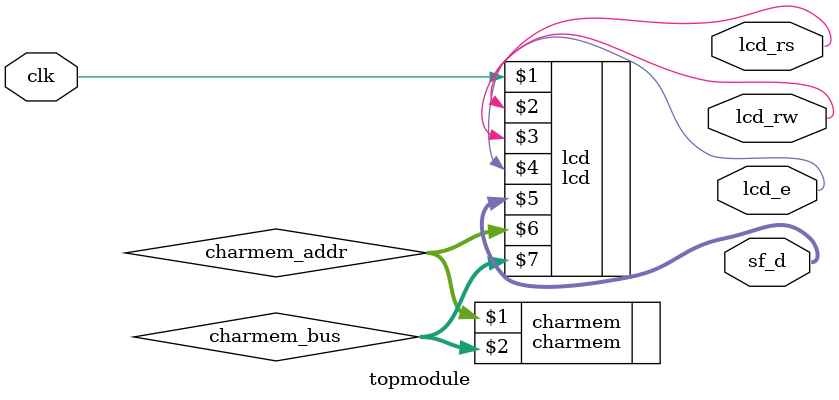
<source format=v>
module topmodule(
	input clk, 
	output lcd_rs,
	output lcd_rw,
	output lcd_e, 
	output [11:8] sf_d
	);

	wire [7:0] charmem_bus;
	wire [4:0] charmem_addr;
	
	charmem charmem (charmem_addr, charmem_bus);
	lcd lcd (clk, lcd_rs, lcd_rw, lcd_e, sf_d, charmem_addr, charmem_bus);

endmodule
</source>
